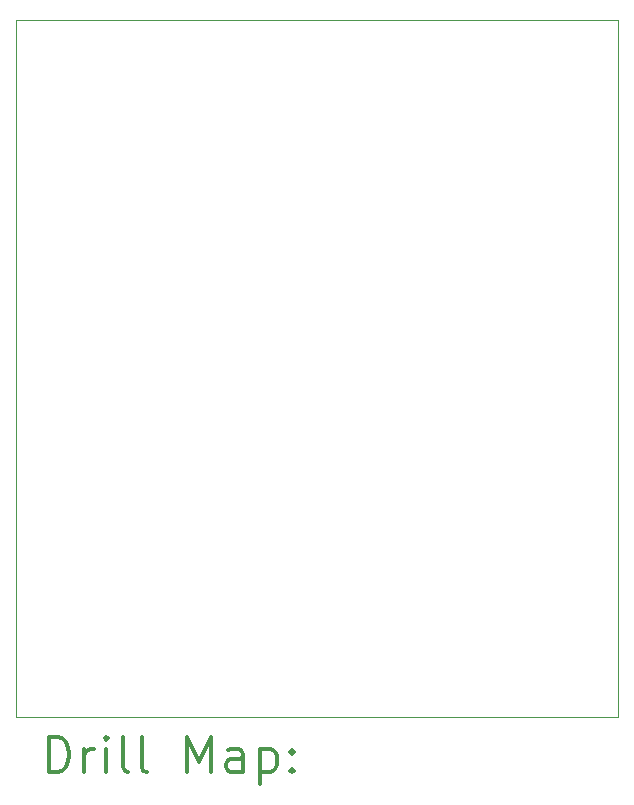
<source format=gbr>
%FSLAX45Y45*%
G04 Gerber Fmt 4.5, Leading zero omitted, Abs format (unit mm)*
G04 Created by KiCad (PCBNEW (5.1.6)-1) date 2021-04-19 00:02:52*
%MOMM*%
%LPD*%
G01*
G04 APERTURE LIST*
%TA.AperFunction,Profile*%
%ADD10C,0.100000*%
%TD*%
%ADD11C,0.200000*%
%ADD12C,0.300000*%
G04 APERTURE END LIST*
D10*
X7400000Y-4500000D02*
X7400000Y-10400000D01*
X2300000Y-4500000D02*
X7400000Y-4500000D01*
X2300000Y-10400000D02*
X2300000Y-4500000D01*
X7400000Y-10400000D02*
X2300000Y-10400000D01*
D11*
D12*
X2581428Y-10870714D02*
X2581428Y-10570714D01*
X2652857Y-10570714D01*
X2695714Y-10585000D01*
X2724286Y-10613572D01*
X2738571Y-10642143D01*
X2752857Y-10699286D01*
X2752857Y-10742143D01*
X2738571Y-10799286D01*
X2724286Y-10827857D01*
X2695714Y-10856429D01*
X2652857Y-10870714D01*
X2581428Y-10870714D01*
X2881428Y-10870714D02*
X2881428Y-10670714D01*
X2881428Y-10727857D02*
X2895714Y-10699286D01*
X2910000Y-10685000D01*
X2938571Y-10670714D01*
X2967143Y-10670714D01*
X3067143Y-10870714D02*
X3067143Y-10670714D01*
X3067143Y-10570714D02*
X3052857Y-10585000D01*
X3067143Y-10599286D01*
X3081428Y-10585000D01*
X3067143Y-10570714D01*
X3067143Y-10599286D01*
X3252857Y-10870714D02*
X3224286Y-10856429D01*
X3210000Y-10827857D01*
X3210000Y-10570714D01*
X3410000Y-10870714D02*
X3381428Y-10856429D01*
X3367143Y-10827857D01*
X3367143Y-10570714D01*
X3752857Y-10870714D02*
X3752857Y-10570714D01*
X3852857Y-10785000D01*
X3952857Y-10570714D01*
X3952857Y-10870714D01*
X4224286Y-10870714D02*
X4224286Y-10713572D01*
X4210000Y-10685000D01*
X4181428Y-10670714D01*
X4124286Y-10670714D01*
X4095714Y-10685000D01*
X4224286Y-10856429D02*
X4195714Y-10870714D01*
X4124286Y-10870714D01*
X4095714Y-10856429D01*
X4081428Y-10827857D01*
X4081428Y-10799286D01*
X4095714Y-10770714D01*
X4124286Y-10756429D01*
X4195714Y-10756429D01*
X4224286Y-10742143D01*
X4367143Y-10670714D02*
X4367143Y-10970714D01*
X4367143Y-10685000D02*
X4395714Y-10670714D01*
X4452857Y-10670714D01*
X4481428Y-10685000D01*
X4495714Y-10699286D01*
X4510000Y-10727857D01*
X4510000Y-10813572D01*
X4495714Y-10842143D01*
X4481428Y-10856429D01*
X4452857Y-10870714D01*
X4395714Y-10870714D01*
X4367143Y-10856429D01*
X4638571Y-10842143D02*
X4652857Y-10856429D01*
X4638571Y-10870714D01*
X4624286Y-10856429D01*
X4638571Y-10842143D01*
X4638571Y-10870714D01*
X4638571Y-10685000D02*
X4652857Y-10699286D01*
X4638571Y-10713572D01*
X4624286Y-10699286D01*
X4638571Y-10685000D01*
X4638571Y-10713572D01*
M02*

</source>
